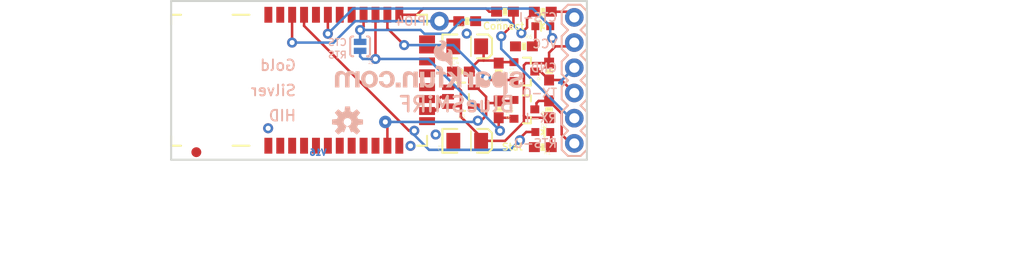
<source format=kicad_pcb>
(kicad_pcb (version 20211014) (generator pcbnew)
  (layers (0 "F.Cu" signal) (31 "B.Cu" signal) (34 "B.Paste" user) (35 "F.Paste" user) (36 "B.SilkS" user "B.Silkscreen") (37 "F.SilkS" user "F.Silkscreen") (38 "B.Mask" user) (39 "F.Mask" user) (44 "Edge.Cuts" user))
  (net 0 "")
  (net 1 "GND")
  (net 2 "TX")
  (net 3 "3.3V")
  (net 4 "TX_5V")
  (net 5 "D1")
  (net 6 "RX")
  (net 7 "RX_5V")
  (net 8 "VCC")
  (net 9 "RTS")
  (net 10 "RTS_5V")
  (net 11 "CTS")
  (net 12 "CTS_5V")
  (net 13 "D2")
  (net 14 "N$1")
  (net 15 "N$2")
  (net 16 "PIO4")
  (footprint "boardEagle:0603-RES" (layer "F.Cu") (at 157.3911 99.0346 180)
    (fp_text reference "R9" (at 0.3048 -0.5715) (layer "F.SilkS") (effects (font (size 0.376489 0.376489) (thickness 0.029911)) (justify right)))
    (fp_text value "10K")
    (pad "1" smd rect (at -0.85 0 180) (size 1.1 1) (layers "F.Cu" "F.Paste" "F.Mask") (net 1 "GND"))
    (pad "2" smd rect (at 0.85 0 180) (size 1.1 1) (layers "F.Cu" "F.Paste" "F.Mask") (net 16 "PIO4"))
  )
  (footprint "boardEagle:SOT23-3" (layer "F.Cu") (at 163.1061 104.1146 -90)
    (fp_text reference "Q1" (at -0.4572 1.2192 90) (layer "F.SilkS") (effects (font (size 0.376489 0.376489) (thickness 0.029911)) (justify right)))
    (fp_text value "MOSFET-NCHANNELSMD")
    (pad "1" smd rect (at -0.95 1 270) (size 0.8 0.9) (layers "F.Cu" "F.Paste" "F.Mask") (net 3 "3.3V"))
    (pad "2" smd rect (at 0.95 1 270) (size 0.8 0.9) (layers "F.Cu" "F.Paste" "F.Mask") (net 2 "TX"))
    (pad "3" smd rect (at 0 -1.1 270) (size 0.8 0.9) (layers "F.Cu" "F.Paste" "F.Mask") (net 4 "TX_5V"))
  )
  (footprint "boardEagle:0603-RES" (layer "F.Cu") (at 161.2011 98.0821)
    (fp_text reference "R5" (at -0.9652 1.0033) (layer "F.SilkS") (effects (font (size 0.376489 0.376489) (thickness 0.029911)) (justify left)))
    (fp_text value "10K")
    (pad "1" smd rect (at -0.85 0) (size 1.1 1) (layers "F.Cu" "F.Paste" "F.Mask") (net 6 "RX"))
    (pad "2" smd rect (at 0.85 0) (size 1.1 1) (layers "F.Cu" "F.Paste" "F.Mask") (net 7 "RX_5V"))
  )
  (footprint "boardEagle:LED-0603" (layer "F.Cu") (at 165.0111 110.2106 -90)
    (fp_text reference "D1" (at -0.6223 0.2286) (layer "F.SilkS") (effects (font (size 0.376489 0.376489) (thickness 0.029911)) (justify left)))
    (fp_text value "Red")
    (pad "A" smd rect (at 0 0.75 270) (size 0.8 0.8) (layers "F.Cu" "F.Paste" "F.Mask") (net 14 "N$1"))
    (pad "C" smd rect (at 0 -0.75 270) (size 0.8 0.8) (layers "F.Cu" "F.Paste" "F.Mask") (net 5 "D1"))
  )
  (footprint "boardEagle:EIA3216" (layer "F.Cu") (at 157.3911 101.5746)
    (fp_text reference "C3" (at -2.7526 1.0668 90) (layer "F.SilkS") (effects (font (size 0.376489 0.376489) (thickness 0.029911)) (justify left)))
    (fp_text value "10uF")
    (pad "A" smd rect (at 1.4 0 90) (size 1.6 1.4) (layers "F.Cu" "F.Paste" "F.Mask") (net 3 "3.3V"))
    (pad "C" smd rect (at -1.4 0 90) (size 1.6 1.4) (layers "F.Cu" "F.Paste" "F.Mask") (net 1 "GND"))
  )
  (footprint "boardEagle:CREATIVE_COMMONS" (layer "F.Cu") (at 130.613978 121.8946)
    (fp_text reference "FRAME1" hide)
    (fp_text value "FRAME-LETTER" hide)
  )
  (footprint "boardEagle:REVISION" (layer "F.Cu") (at 142.1511 124.4346)
    (fp_text reference "U$2" hide)
    (fp_text value "REVISION" hide)
  )
  (footprint "boardEagle:0603-RES" (layer "F.Cu") (at 165.0111 98.0821)
    (fp_text reference "R2" (at -0.9398 0.9525) (layer "F.SilkS") (effects (font (size 0.376489 0.376489) (thickness 0.029911)) (justify left)))
    (fp_text value "10K")
    (pad "1" smd rect (at -0.85 0) (size 1.1 1) (layers "F.Cu" "F.Paste" "F.Mask") (net 11 "CTS"))
    (pad "2" smd rect (at 0.85 0) (size 1.1 1) (layers "F.Cu" "F.Paste" "F.Mask") (net 12 "CTS_5V"))
  )
  (footprint "boardEagle:RN41" (layer "F.Cu") (at 143.9451 104.9906)
    (fp_text reference "U1" hide)
    (fp_text value "BLUETOOTH-RN41" hide)
    (pad "1" smd rect (at -6.6 6.6 180) (size 0.8 1.6) (layers "F.Cu" "F.Paste" "F.Mask") (net 1 "GND"))
    (pad "2" smd rect (at -5.4 6.6 180) (size 0.8 1.6) (layers "F.Cu" "F.Paste" "F.Mask"))
    (pad "3" smd rect (at -4.2 6.6 180) (size 0.8 1.6) (layers "F.Cu" "F.Paste" "F.Mask"))
    (pad "4" smd rect (at -3 6.6 180) (size 0.8 1.6) (layers "F.Cu" "F.Paste" "F.Mask"))
    (pad "5" smd rect (at -1.8 6.6 180) (size 0.8 1.6) (layers "F.Cu" "F.Paste" "F.Mask"))
    (pad "6" smd rect (at -0.6 6.6 180) (size 0.8 1.6) (layers "F.Cu" "F.Paste" "F.Mask"))
    (pad "7" smd rect (at 0.6 6.6 180) (size 0.8 1.6) (layers "F.Cu" "F.Paste" "F.Mask"))
    (pad "8" smd rect (at 1.8 6.6 180) (size 0.8 1.6) (layers "F.Cu" "F.Paste" "F.Mask"))
    (pad "9" smd rect (at 3 6.6 180) (size 0.8 1.6) (layers "F.Cu" "F.Paste" "F.Mask"))
    (pad "10" smd rect (at 4.2 6.6 180) (size 0.8 1.6) (layers "F.Cu" "F.Paste" "F.Mask"))
    (pad "11" smd rect (at 5.4 6.6 180) (size 0.8 1.6) (layers "F.Cu" "F.Paste" "F.Mask") (net 3 "3.3V"))
    (pad "12" smd rect (at 6.6 6.6 180) (size 0.8 1.6) (layers "F.Cu" "F.Paste" "F.Mask") (net 1 "GND"))
    (pad "13" smd rect (at 6.6 -6.6) (size 0.8 1.6) (layers "F.Cu" "F.Paste" "F.Mask") (net 6 "RX"))
    (pad "14" smd rect (at 5.4 -6.6) (size 0.8 1.6) (layers "F.Cu" "F.Paste" "F.Mask") (net 2 "TX"))
    (pad "15" smd rect (at 4.2 -6.6) (size 0.8 1.6) (layers "F.Cu" "F.Paste" "F.Mask") (net 9 "RTS"))
    (pad "16" smd rect (at 3 -6.6) (size 0.8 1.6) (layers "F.Cu" "F.Paste" "F.Mask") (net 11 "CTS"))
    (pad "17" smd rect (at 1.8 -6.6) (size 0.8 1.6) (layers "F.Cu" "F.Paste" "F.Mask"))
    (pad "18" smd rect (at 0.6 -6.6) (size 0.8 1.6) (layers "F.Cu" "F.Paste" "F.Mask"))
    (pad "19" smd rect (at -0.6 -6.6) (size 0.8 1.6) (layers "F.Cu" "F.Paste" "F.Mask") (net 15 "N$2"))
    (pad "20" smd rect (at -1.8 -6.6) (size 0.8 1.6) (layers "F.Cu" "F.Paste" "F.Mask"))
    (pad "21" smd rect (at -3 -6.6) (size 0.8 1.6) (layers "F.Cu" "F.Paste" "F.Mask") (net 14 "N$1"))
    (pad "22" smd rect (at -4.2 -6.6) (size 0.8 1.6) (layers "F.Cu" "F.Paste" "F.Mask") (net 16 "PIO4"))
    (pad "23" smd rect (at -5.4 -6.6) (size 0.8 1.6) (layers "F.Cu" "F.Paste" "F.Mask"))
    (pad "24" smd rect (at -6.6 -6.6) (size 0.8 1.6) (layers "F.Cu" "F.Paste" "F.Mask"))
    (pad "28" smd rect (at 9.4 -3.1 90) (size 0.8 1.6) (layers "F.Cu" "F.Paste" "F.Mask") (net 1 "GND"))
    (pad "29" smd rect (at 9.4 3.1 90) (size 0.8 1.6) (layers "F.Cu" "F.Paste" "F.Mask") (net 1 "GND"))
    (pad "30" smd rect (at 9.4 -4.1222 90) (size 0.8 1.6) (layers "F.Cu" "F.Paste" "F.Mask"))
    (pad "31" smd rect (at 9.4 -1.9 90) (size 0.8 1.6) (layers "F.Cu" "F.Paste" "F.Mask"))
    (pad "32" smd rect (at 9.4 -0.7 90) (size 0.8 1.6) (layers "F.Cu" "F.Paste" "F.Mask"))
    (pad "33" smd rect (at 9.4 0.7 90) (size 0.8 1.6) (layers "F.Cu" "F.Paste" "F.Mask"))
    (pad "34" smd rect (at 9.4 1.9 90) (size 0.8 1.6) (layers "F.Cu" "F.Paste" "F.Mask"))
    (pad "35" smd rect (at 9.4 4.1222 90) (size 0.8 1.6) (layers "F.Cu" "F.Paste" "F.Mask"))
  )
  (footprint "boardEagle:0603-RES" (layer "F.Cu") (at 165.6461 104.1146 -90)
    (fp_text reference "R4" (at 0.1524 0.9779 90) (layer "F.SilkS") (effects (font (size 0.376489 0.376489) (thickness 0.029911)) (justify right)))
    (fp_text value "10K")
    (pad "1" smd rect (at -0.85 0 270) (size 1.1 1) (layers "F.Cu" "F.Paste" "F.Mask") (net 8 "VCC"))
    (pad "2" smd rect (at 0.85 0 270) (size 1.1 1) (layers "F.Cu" "F.Paste" "F.Mask") (net 4 "TX_5V"))
  )
  (footprint "boardEagle:0603-RES" (layer "F.Cu") (at 160.5661 107.9246 -90)
    (fp_text reference "R7" (at 1.0192 -0.9881 90) (layer "F.SilkS") (effects (font (size 0.376489 0.376489) (thickness 0.029911)) (justify left)))
    (fp_text value "10K")
    (pad "1" smd rect (at -0.85 0 270) (size 1.1 1) (layers "F.Cu" "F.Paste" "F.Mask") (net 3 "3.3V"))
    (pad "2" smd rect (at 0.85 0 270) (size 1.1 1) (layers "F.Cu" "F.Paste" "F.Mask") (net 9 "RTS"))
  )
  (footprint "boardEagle:0603-RES" (layer "F.Cu") (at 163.1061 101.5746 180)
    (fp_text reference "R6" (at -0.889 0.9525) (layer "F.SilkS") (effects (font (size 0.376489 0.376489) (thickness 0.029911)) (justify right)))
    (fp_text value "330")
    (pad "1" smd rect (at -0.85 0 180) (size 1.1 1) (layers "F.Cu" "F.Paste" "F.Mask") (net 13 "D2"))
    (pad "2" smd rect (at 0.85 0 180) (size 1.1 1) (layers "F.Cu" "F.Paste" "F.Mask") (net 1 "GND"))
  )
  (footprint "boardEagle:0603-CAP" (layer "F.Cu") (at 156.7561 104.1146 180)
    (fp_text reference "C4" (at 0.1524 0.9017) (layer "F.SilkS") (effects (font (size 0.376489 0.376489) (thickness 0.029911)) (justify right)))
    (fp_text value "1uF")
    (pad "1" smd rect (at -0.85 0 180) (size 1.1 1) (layers "F.Cu" "F.Paste" "F.Mask") (net 3 "3.3V"))
    (pad "2" smd rect (at 0.85 0 180) (size 1.1 1) (layers "F.Cu" "F.Paste" "F.Mask") (net 1 "GND"))
  )
  (footprint "boardEagle:1X01NS" (layer "F.Cu") (at 154.5971 99.0346)
    (fp_text reference "JP2" hide)
    (fp_text value "M01SMDNS" hide)
    (pad "1" thru_hole circle (at 0 0 90) (size 1.8796 1.8796) (drill 1.016) (layers *.Cu *.Mask) (net 16 "PIO4"))
  )
  (footprint "boardEagle:SOT23-3" (layer "F.Cu") (at 163.1061 107.9246 -90)
    (fp_text reference "Q2" (at -0.381 1.27 90) (layer "F.SilkS") (effects (font (size 0.376489 0.376489) (thickness 0.029911)) (justify right)))
    (fp_text value "MOSFET-NCHANNELSMD")
    (pad "1" smd rect (at -0.95 1 270) (size 0.8 0.9) (layers "F.Cu" "F.Paste" "F.Mask") (net 3 "3.3V"))
    (pad "2" smd rect (at 0.95 1 270) (size 0.8 0.9) (layers "F.Cu" "F.Paste" "F.Mask") (net 9 "RTS"))
    (pad "3" smd rect (at 0 -1.1 270) (size 0.8 0.9) (layers "F.Cu" "F.Paste" "F.Mask") (net 10 "RTS_5V"))
  )
  (footprint "boardEagle:EIA3216" (layer "F.Cu") (at 157.3911 111.0996)
    (fp_text reference "C1" (at -2.7018 1.0856 90) (layer "F.SilkS") (effects (font (size 0.376489 0.376489) (thickness 0.029911)) (justify left)))
    (fp_text value "10uF")
    (pad "A" smd rect (at 1.4 0 90) (size 1.6 1.4) (layers "F.Cu" "F.Paste" "F.Mask") (net 8 "VCC"))
    (pad "C" smd rect (at -1.4 0 90) (size 1.6 1.4) (layers "F.Cu" "F.Paste" "F.Mask") (net 1 "GND"))
  )
  (footprint "boardEagle:SOT23-5" (layer "F.Cu") (at 156.7561 106.6546 -90)
    (fp_text reference "U3" (at 1.994 0.334) (layer "F.SilkS") (effects (font (size 0.376489 0.376489) (thickness 0.029911)) (justify left)))
    (fp_text value "3.3V" hide)
    (pad "1" smd rect (at -0.95 1.3001 270) (size 0.55 1.2) (layers "F.Cu" "F.Paste" "F.Mask") (net 8 "VCC"))
    (pad "2" smd rect (at 0 1.3001 270) (size 0.55 1.2) (layers "F.Cu" "F.Paste" "F.Mask") (net 1 "GND"))
    (pad "3" smd rect (at 0.95 1.3001 270) (size 0.55 1.2) (layers "F.Cu" "F.Paste" "F.Mask") (net 8 "VCC"))
    (pad "4" smd rect (at 0.95 -1.3001 270) (size 0.55 1.2) (layers "F.Cu" "F.Paste" "F.Mask"))
    (pad "5" smd rect (at -0.95 -1.3001 270) (size 0.55 1.2) (layers "F.Cu" "F.Paste" "F.Mask") (net 3 "3.3V"))
  )
  (footprint "boardEagle:LED-0603" (layer "F.Cu") (at 165.0111 99.5426 90)
    (fp_text reference "D2" (at 1.0541 0.3048) (layer "F.SilkS") (effects (font (size 0.376489 0.376489) (thickness 0.029911)) (justify right)))
    (fp_text value "Green")
    (pad "A" smd rect (at 0 0.75 90) (size 0.8 0.8) (layers "F.Cu" "F.Paste" "F.Mask") (net 15 "N$2"))
    (pad "C" smd rect (at 0 -0.75 90) (size 0.8 0.8) (layers "F.Cu" "F.Paste" "F.Mask") (net 13 "D2"))
  )
  (footprint "boardEagle:0603-RES" (layer "F.Cu") (at 165.0111 111.7346 180)
    (fp_text reference "R1" (at -0.8636 -0.5461) (layer "F.SilkS") (effects (font (size 0.376489 0.376489) (thickness 0.029911)) (justify right)))
    (fp_text value "330")
    (pad "1" smd rect (at -0.85 0 180) (size 1.1 1) (layers "F.Cu" "F.Paste" "F.Mask") (net 5 "D1"))
    (pad "2" smd rect (at 0.85 0 180) (size 1.1 1) (layers "F.Cu" "F.Paste" "F.Mask") (net 1 "GND"))
  )
  (footprint "boardEagle:0603-RES" (layer "F.Cu") (at 165.6461 107.9246 90)
    (fp_text reference "R8" (at -0.9144 -0.5207 90) (layer "F.SilkS") (effects (font (size 0.376489 0.376489) (thickness 0.029911)) (justify left)))
    (fp_text value "10K")
    (pad "1" smd rect (at -0.85 0 90) (size 1.1 1) (layers "F.Cu" "F.Paste" "F.Mask") (net 8 "VCC"))
    (pad "2" smd rect (at 0.85 0 90) (size 1.1 1) (layers "F.Cu" "F.Paste" "F.Mask") (net 10 "RTS_5V"))
  )
  (footprint "boardEagle:0603-RES" (layer "F.Cu") (at 160.5661 104.1146 -90)
    (fp_text reference "R3" (at 0.2794 0.9271 90) (layer "F.SilkS") (effects (font (size 0.376489 0.376489) (thickness 0.029911)) (justify right)))
    (fp_text value "10K")
    (pad "1" smd rect (at -0.85 0 270) (size 1.1 1) (layers "F.Cu" "F.Paste" "F.Mask") (net 3 "3.3V"))
    (pad "2" smd rect (at 0.85 0 270) (size 1.1 1) (layers "F.Cu" "F.Paste" "F.Mask") (net 2 "TX"))
  )
  (footprint "boardEagle:FIDUCIAL-1X2" (layer "F.Cu") (at 130.0861 112.2426)
    (fp_text reference "JP4" hide)
    (fp_text value "FIDUCIAL1X2" hide)
    (pad "1" smd roundrect (at 0 0) (size 1 1) (layers "F.Cu" "F.Mask") (roundrect_rratio 0.5))
  )
  (footprint "boardEagle:OSHW-LOGO-S" (layer "B.Cu") (at 145.3261 109.1946 180)
    (fp_text reference "LOGO1" hide)
    (fp_text value "OSHW-LOGOS" hide)
  )
  (footprint "boardEagle:PAD.03X.05" (layer "B.Cu") (at 149.1361 109.1946 180)
    (fp_text reference "TP1" hide)
    (fp_text value "" hide)
    (pad "P$1" smd roundrect (at 0 0 180) (size 1.27 1.27) (layers "B.Cu" "B.Mask") (roundrect_rratio 0.5) (net 3 "3.3V"))
  )
  (footprint "boardEagle:SFE-NEW-WEBLOGO" (layer "B.Cu") (at 163.1061 106.6546 180)
    (fp_text reference "U$1" hide)
    (fp_text value "LOGO-SFENEW" hide)
  )
  (footprint "boardEagle:SJ_2S-NO" (layer "B.Cu") (at 146.5961 101.5746 90)
    (fp_text reference "SJ1" (at -0.908 1.27 270) (layer "B.SilkS") (effects (font (size 0.373888 0.373888) (thickness 0.032512)) (justify left bottom mirror)))
    (fp_text value "SOLDERJUMPERNO")
    (pad "1" smd rect (at -0.45 0 90) (size 0.635 1.27) (layers "B.Cu" "B.Mask") (net 9 "RTS"))
    (pad "2" smd rect (at 0.45 0 90) (size 0.635 1.27) (layers "B.Cu" "B.Mask") (net 11 "CTS"))
  )
  (footprint "boardEagle:1X06" (layer "B.Cu") (at 168.1861 98.6536 -90)
    (fp_text reference "JP1" hide)
    (fp_text value "")
    (pad "1" thru_hole circle (at 0 0 180) (size 1.8796 1.8796) (drill 1.016) (layers *.Cu *.Mask) (net 12 "CTS_5V"))
    (pad "2" thru_hole circle (at 2.54 0 180) (size 1.8796 1.8796) (drill 1.016) (layers *.Cu *.Mask) (net 8 "VCC"))
    (pad "3" thru_hole circle (at 5.08 0 180) (size 1.8796 1.8796) (drill 1.016) (layers *.Cu *.Mask) (net 1 "GND"))
    (pad "4" thru_hole circle (at 7.62 0 180) (size 1.8796 1.8796) (drill 1.016) (layers *.Cu *.Mask) (net 4 "TX_5V"))
    (pad "5" thru_hole circle (at 10.16 0 180) (size 1.8796 1.8796) (drill 1.016) (layers *.Cu *.Mask) (net 7 "RX_5V"))
    (pad "6" thru_hole circle (at 12.7 0 180) (size 1.8796 1.8796) (drill 1.016) (layers *.Cu *.Mask) (net 10 "RTS_5V"))
  )
  (gr_line (start 169.4561 97.0026) (end 127.5461 97.0026) (layer "Edge.Cuts") (width 0.2032))
  (gr_line (start 127.5461 97.0026) (end 127.5461 113.0046) (layer "Edge.Cuts") (width 0.2032))
  (gr_line (start 127.5461 113.0046) (end 169.4561 113.0046) (layer "Edge.Cuts") (width 0.2032))
  (gr_line (start 169.4561 113.0046) (end 169.4561 97.0026) (layer "Edge.Cuts") (width 0.2032))
  (gr_text "V16" (at 143.2941 112.6236) (layer "B.Cu") (effects (font (size 0.6096 0.6096) (thickness 0.2032)) (justify left bottom mirror)))
  (gr_text "TX-O" (at 166.5351 106.7816) (layer "B.SilkS") (effects (font (size 0.8636 0.8636) (thickness 0.1524)) (justify left bottom mirror)))
  (gr_text "RTS-O" (at 166.5351 111.8616) (layer "B.SilkS") (effects (font (size 0.8636 0.8636) (thickness 0.1524)) (justify left bottom mirror)))
  (gr_text "BlueSMiRF" (at 162.3441 108.3056) (layer "B.SilkS") (effects (font (size 1.5113 1.5113) (thickness 0.2667)) (justify left bottom mirror)))
  (gr_text "HID" (at 140.2461 109.1946) (layer "B.SilkS") (effects (font (size 1.0795 1.0795) (thickness 0.1905)) (justify left bottom mirror)))
  (gr_text "PIO4" (at 153.3271 99.5426) (layer "B.SilkS") (effects (font (size 0.8636 0.8636) (thickness 0.1524)) (justify left bottom mirror)))
  (gr_text "VCC" (at 166.5351 101.8286) (layer "B.SilkS") (effects (font (size 0.8636 0.8636) (thickness 0.1524)) (justify left bottom mirror)))
  (gr_text "GND" (at 166.5351 104.2416) (layer "B.SilkS") (effects (font (size 0.8636 0.8636) (thickness 0.1524)) (justify left bottom mirror)))
  (gr_text "CTS-I" (at 166.5351 99.1616) (layer "B.SilkS") (effects (font (size 0.8636 0.8636) (thickness 0.1524)) (justify left bottom mirror)))
  (gr_text "RTS" (at 145.3261 102.8446) (layer "B.SilkS") (effects (font (size 0.69088 0.69088) (thickness 0.12192)) (justify left bottom mirror)))
  (gr_text "RX-I" (at 166.5351 109.3216) (layer "B.SilkS") (effects (font (size 0.8636 0.8636) (thickness 0.1524)) (justify left bottom mirror)))
  (gr_text "Silver" (at 140.2461 106.6546) (layer "B.SilkS") (effects (font (size 1.0795 1.0795) (thickness 0.1905)) (justify left bottom mirror)))
  (gr_text "CTS" (at 145.3261 101.5746) (layer "B.SilkS") (effects (font (size 0.69088 0.69088) (thickness 0.12192)) (justify left bottom mirror)))
  (gr_text "Gold" (at 140.2461 104.1146) (layer "B.SilkS") (effects (font (size 1.0795 1.0795) (thickness 0.1905)) (justify left bottom mirror)))
  (gr_text "Connect" (at 158.9151 99.9236) (layer "F.SilkS") (effects (font (size 0.69088 0.69088) (thickness 0.12192)) (justify left bottom)))
  (gr_text "Stat" (at 160.8201 112.1156) (layer "F.SilkS") (effects (font (size 0.69088 0.69088) (thickness 0.12192)) (justify left bottom)))
  (segment (start 154.5209 107.6706) (end 154.5209 106.9086) (width 0.254) (layer "F.Cu") (net 1))
  (segment (start 154.5209 106.9086) (end 154.7749 106.6546) (width 0.254) (layer "F.Cu") (net 1))
  (segment (start 153.3841 108.0516) (end 154.1399 108.0516) (width 0.254) (layer "F.Cu") (net 1))
  (segment (start 154.7749 106.6546) (end 155.456 106.6546) (width 0.254) (layer "F.Cu") (net 1))
  (segment (start 153.3451 108.0906) (end 153.3841 108.0516) (width 0.254) (layer "F.Cu") (net 1))
  (segment (start 154.1399 108.0516) (end 154.5209 107.6706) (width 0.254) (layer "F.Cu") (net 1))
  (via (at 137.3251 109.8296) (size 1.016) (drill 0.508) (layers "F.Cu" "B.Cu") (net 1))
  (via (at 157.3431 100.2886) (size 1.016) (drill 0.508) (layers "F.Cu" "B.Cu") (net 1))
  (via (at 154.2161 110.4646) (size 1.016) (drill 0.508) (layers "F.Cu" "B.Cu") (net 1))
  (via (at 151.6761 111.6076) (size 1.016) (drill 0.508) (layers "F.Cu" "B.Cu") (net 1))
  (segment (start 166.9161 105.3846) (end 166.9161 105.0036) (width 0.254) (layer "B.Cu") (net 1))
  (segment (start 166.9161 105.0036) (end 168.1861 103.7336) (width 0.254) (layer "B.Cu") (net 1))
  (segment (start 166.6621 105.2576) (end 166.9161 105.0036) (width 0.254) (layer "B.Cu") (net 1))
  (segment (start 149.3451 98.3906) (end 149.3451 99.7516) (width 0.254) (layer "F.Cu") (net 2))
  (segment (start 160.5661 104.9646) (end 159.5111 104.9646) (width 0.254) (layer "F.Cu") (net 2))
  (segment (start 149.3451 99.7516) (end 151.0411 101.4476) (width 0.254) (layer "F.Cu") (net 2))
  (segment (start 159.5111 104.9646) (end 159.2961 104.7496) (width 0.254) (layer "F.Cu") (net 2))
  (segment (start 160.5661 104.9646) (end 162.0061 104.9646) (width 0.254) (layer "F.Cu") (net 2))
  (segment (start 159.2961 104.7496) (end 159.3111 104.7646) (width 0.254) (layer "F.Cu") (net 2))
  (segment (start 162.0061 104.9646) (end 162.1061 105.0646) (width 0.254) (layer "F.Cu") (net 2))
  (via (at 151.0411 101.4476) (size 1.016) (drill 0.508) (layers "F.Cu" "B.Cu") (net 2))
  (via (at 159.2961 104.7496) (size 1.016) (drill 0.508) (layers "F.Cu" "B.Cu") (net 2))
  (segment (start 151.0411 101.4476) (end 155.9941 101.4476) (width 0.254) (layer "B.Cu") (net 2))
  (segment (start 155.9941 101.4476) (end 159.2961 104.7496) (width 0.254) (layer "B.Cu") (net 2))
  (segment (start 160.5661 107.0746) (end 160.5661 106.7816) (width 0.254) (layer "F.Cu") (net 3))
  (segment (start 160.6661 103.1646) (end 160.5661 103.2646) (width 0.254) (layer "F.Cu") (net 3))
  (segment (start 159.2961 108.5596) (end 158.7881 109.0676) (width 0.254) (layer "F.Cu") (net 3))
  (segment (start 158.7881 109.0676) (end 158.4611 109.0676) (width 0.254) (layer "F.Cu") (net 3))
  (segment (start 158.0562 105.7046) (end 157.6061 105.2545) (width 0.254) (layer "F.Cu") (net 3))
  (segment (start 158.3461 105.7046) (end 159.2961 106.6546) (width 0.254) (layer "F.Cu") (net 3))
  (segment (start 149.3451 111.5906) (end 149.3451 109.4036) (width 0.254) (layer "F.Cu") (net 3))
  (segment (start 160.3511 107.2896) (end 160.5661 107.0746) (width 0.254) (layer "F.Cu") (net 3))
  (segment (start 162.1061 103.1646) (end 160.6661 103.1646) (width 0.254) (layer "F.Cu") (net 3))
  (segment (start 158.0562 105.7046) (end 158.3461 105.7046) (width 0.254) (layer "F.Cu") (net 3))
  (segment (start 159.0461 103.0046) (end 158.5461 103.0046) (width 0.254) (layer "F.Cu") (net 3))
  (segment (start 149.3451 109.4036) (end 149.1361 109.1946) (width 0.254) (layer "F.Cu") (net 3))
  (segment (start 160.3061 103.0046) (end 159.0461 103.0046) (width 0.254) (layer "F.Cu") (net 3))
  (segment (start 159.2961 107.2896) (end 160.3511 107.2896) (width 0.254) (layer "F.Cu") (net 3))
  (segment (start 159.2961 107.2896) (end 159.2961 108.5596) (width 0.254) (layer "F.Cu") (net 3))
  (segment (start 157.6061 105.2545) (end 157.6061 104.1146) (width 0.254) (layer "F.Cu") (net 3))
  (segment (start 159.2961 106.6546) (end 159.2961 107.2896) (width 0.254) (layer "F.Cu") (net 3))
  (segment (start 159.0461 101.8296) (end 159.0461 103.0046) (width 0.254) (layer "F.Cu") (net 3))
  (segment (start 157.6061 103.9446) (end 157.6061 104.1146) (width 0.254) (layer "F.Cu") (net 3))
  (segment (start 158.0261 104.1146) (end 157.6061 104.1146) (width 0.254) (layer "F.Cu") (net 3))
  (segment (start 160.5661 103.2646) (end 160.3061 103.0046) (width 0.254) (layer "F.Cu") (net 3))
  (segment (start 158.0562 104.1447) (end 158.0261 104.1146) (width 0.254) (layer "F.Cu") (net 3))
  (segment (start 160.5661 107.0746) (end 162.0061 107.0746) (width 0.254) (layer "F.Cu") (net 3))
  (segment (start 158.5461 103.0046) (end 157.6061 103.9446) (width 0.254) (layer "F.Cu") (net 3))
  (segment (start 162.0061 107.0746) (end 162.1061 106.9746) (width 0.254) (layer "F.Cu") (net 3))
  (segment (start 158.7911 101.5746) (end 159.0461 101.8296) (width 0.254) (layer "F.Cu") (net 3))
  (via (at 149.1361 109.1946) (size 1.016) (drill 0.508) (layers "F.Cu" "B.Cu") (net 3))
  (via (at 158.4611 109.0676) (size 1.016) (drill 0.508) (layers "F.Cu" "B.Cu") (net 3))
  (segment (start 158.3341 109.1946) (end 149.1361 109.1946) (width 0.254) (layer "B.Cu") (net 3))
  (segment (start 158.4611 109.0676) (end 158.3341 109.1946) (width 0.254) (layer "B.Cu") (net 3))
  (segment (start 165.6461 104.9646) (end 166.8771 104.9646) (width 0.254) (layer "F.Cu") (net 4))
  (segment (start 166.8771 104.9646) (end 168.1861 106.2736) (width 0.254) (layer "F.Cu") (net 4))
  (segment (start 164.7961 104.1146) (end 165.6461 104.9646) (width 0.254) (layer "F.Cu") (net 4))
  (segment (start 164.2061 104.1146) (end 164.7961 104.1146) (width 0.254) (layer "F.Cu") (net 4))
  (segment (start 165.7611 110.2106) (end 165.8611 110.3106) (width 0.254) (layer "F.Cu") (net 5))
  (segment (start 165.8611 110.3106) (end 165.8611 111.7346) (width 0.254) (layer "F.Cu") (net 5))
  (segment (start 159.2961 97.7646) (end 152.9461 97.7646) (width 0.254) (layer "F.Cu") (net 6))
  (segment (start 152.3201 98.3906) (end 152.9461 97.7646) (width 0.254) (layer "F.Cu") (net 6))
  (segment (start 160.3511 98.0821) (end 159.6136 98.0821) (width 0.254) (layer "F.Cu") (net 6))
  (segment (start 159.6136 98.0821) (end 159.2961 97.7646) (width 0.254) (layer "F.Cu") (net 6))
  (segment (start 150.5451 98.3906) (end 152.3201 98.3906) (width 0.254) (layer "F.Cu") (net 6))
  (segment (start 162.0511 99.3276) (end 160.8201 100.5586) (width 0.254) (layer "F.Cu") (net 7))
  (segment (start 162.0511 98.0821) (end 162.0511 99.3276) (width 0.254) (layer "F.Cu") (net 7))
  (via (at 160.8201 100.5586) (size 1.016) (drill 0.508) (layers "F.Cu" "B.Cu") (net 7))
  (segment (start 167.8051 108.8136) (end 168.1861 108.8136) (width 0.254) (layer "B.Cu") (net 7))
  (segment (start 160.8201 101.8286) (end 167.8051 108.8136) (width 0.254) (layer "B.Cu") (net 7))
  (segment (start 160.8201 100.5586) (end 160.8201 101.8286) (width 0.254) (layer "B.Cu") (net 7))
  (segment (start 165.6461 108.7746) (end 163.3211 108.7746) (width 0.254) (layer "F.Cu") (net 8))
  (segment (start 156.7561 106.0196) (end 156.4411 105.7046) (width 0.254) (layer "F.Cu") (net 8))
  (segment (start 163.3211 108.7746) (end 163.1061 108.5596) (width 0.254) (layer "F.Cu") (net 8))
  (segment (start 163.3211 103.2646) (end 163.1061 103.4796) (width 0.254) (layer "F.Cu") (net 8))
  (segment (start 158.7911 111.0996) (end 161.2011 111.0996) (width 0.254) (layer "F.Cu") (net 8))
  (segment (start 155.456 107.6046) (end 156.6951 107.6046) (width 0.254) (layer "F.Cu") (net 8))
  (segment (start 158.7911 110.7216) (end 156.7561 108.6866) (width 0.254) (layer "F.Cu") (net 8))
  (segment (start 167.8051 101.5746) (end 168.1861 101.1936) (width 0.254) (layer "F.Cu") (net 8))
  (segment (start 161.2011 111.0996) (end 163.1061 109.1946) (width 0.254) (layer "F.Cu") (net 8))
  (segment (start 156.4411 105.7046) (end 155.456 105.7046) (width 0.254) (layer "F.Cu") (net 8))
  (segment (start 158.7911 111.0996) (end 158.7911 110.7216) (width 0.254) (layer "F.Cu") (net 8))
  (segment (start 156.6951 107.6046) (end 156.7561 107.5436) (width 0.254) (layer "F.Cu") (net 8))
  (segment (start 165.6461 102.2096) (end 166.2811 101.5746) (width 0.254) (layer "F.Cu") (net 8))
  (segment (start 165.6461 103.2646) (end 165.6461 102.2096) (width 0.254) (layer "F.Cu") (net 8))
  (segment (start 166.2811 101.5746) (end 167.8051 101.5746) (width 0.254) (layer "F.Cu") (net 8))
  (segment (start 156.7561 108.6866) (end 156.7561 107.5436) (width 0.254) (layer "F.Cu") (net 8))
  (segment (start 165.6461 103.2646) (end 163.3211 103.2646) (width 0.254) (layer "F.Cu") (net 8))
  (segment (start 156.7561 107.5436) (end 156.7561 106.0196) (width 0.254) (layer "F.Cu") (net 8))
  (segment (start 163.1061 109.1946) (end 163.1061 108.5596) (width 0.254) (layer "F.Cu") (net 8))
  (segment (start 163.1061 108.5596) (end 163.1061 103.4796) (width 0.254) (layer "F.Cu") (net 8))
  (segment (start 162.0061 108.7746) (end 162.1061 108.8746) (width 0.254) (layer "F.Cu") (net 9))
  (segment (start 160.5661 109.9566) (end 160.6931 110.0836) (width 0.254) (layer "F.Cu") (net 9))
  (segment (start 148.1451 102.8446) (end 148.1451 98.3906) (width 0.254) (layer "F.Cu") (net 9))
  (segment (start 160.5661 108.7746) (end 160.5661 109.9566) (width 0.254) (layer "F.Cu") (net 9))
  (segment (start 160.5661 108.7746) (end 162.0061 108.7746) (width 0.254) (layer "F.Cu") (net 9))
  (via (at 148.1451 102.8446) (size 1.016) (drill 0.508) (layers "F.Cu" "B.Cu") (net 9))
  (via (at 160.6931 110.0836) (size 1.016) (drill 0.508) (layers "F.Cu" "B.Cu") (net 9))
  (segment (start 153.4541 102.8446) (end 160.6931 110.0836) (width 0.254) (layer "B.Cu") (net 9))
  (segment (start 146.5961 102.0246) (end 146.5961 102.5906) (width 0.254) (layer "B.Cu") (net 9))
  (segment (start 148.1451 102.8446) (end 153.4541 102.8446) (width 0.254) (layer "B.Cu") (net 9))
  (segment (start 146.8501 102.8446) (end 148.1451 102.8446) (width 0.254) (layer "B.Cu") (net 9))
  (segment (start 146.5961 102.5906) (end 146.8501 102.8446) (width 0.254) (layer "B.Cu") (net 9))
  (segment (start 166.9161 108.3446) (end 166.9161 110.4646) (width 0.254) (layer "F.Cu") (net 10))
  (segment (start 166.9161 110.4646) (end 167.8051 111.3536) (width 0.254) (layer "F.Cu") (net 10))
  (segment (start 165.6461 107.0746) (end 166.9161 108.3446) (width 0.254) (layer "F.Cu") (net 10))
  (segment (start 164.5911 107.0746) (end 165.6461 107.0746) (width 0.254) (layer "F.Cu") (net 10))
  (segment (start 164.3761 107.7546) (end 164.3761 107.2896) (width 0.254) (layer "F.Cu") (net 10))
  (segment (start 167.8051 111.3536) (end 168.1861 111.3536) (width 0.254) (layer "F.Cu") (net 10))
  (segment (start 164.3761 107.2896) (end 164.5911 107.0746) (width 0.254) (layer "F.Cu") (net 10))
  (segment (start 164.2061 107.9246) (end 164.3761 107.7546) (width 0.254) (layer "F.Cu") (net 10))
  (segment (start 163.4236 99.6696) (end 162.8521 100.2411) (width 0.254) (layer "F.Cu") (net 11))
  (segment (start 163.4236 98.8196) (end 163.4236 99.6696) (width 0.254) (layer "F.Cu") (net 11))
  (segment (start 164.1611 98.0821) (end 163.7411 98.0821) (width 0.254) (layer "F.Cu") (net 11))
  (segment (start 146.5961 99.9236) (end 146.9451 99.5746) (width 0.254) (layer "F.Cu") (net 11))
  (segment (start 163.4236 98.8196) (end 164.1611 98.0821) (width 0.254) (layer "F.Cu") (net 11))
  (segment (start 146.9451 99.5746) (end 146.9451 98.3906) (width 0.254) (layer "F.Cu") (net 11))
  (via (at 162.8521 100.2411) (size 1.016) (drill 0.508) (layers "F.Cu" "B.Cu") (net 11))
  (via (at 146.5961 99.9236) (size 1.016) (drill 0.508) (layers "F.Cu" "B.Cu") (net 11))
  (segment (start 146.5961 101.1246) (end 146.5961 99.9236) (width 0.254) (layer "B.Cu") (net 11))
  (segment (start 161.5186 98.9076) (end 162.8521 100.2411) (width 0.254) (layer "B.Cu") (net 11))
  (segment (start 155.4861 100.3046) (end 156.8831 98.9076) (width 0.254) (layer "B.Cu") (net 11))
  (segment (start 152.6921 99.9236) (end 153.0731 100.3046) (width 0.254) (layer "B.Cu") (net 11))
  (segment (start 156.8831 98.9076) (end 161.5186 98.9076) (width 0.254) (layer "B.Cu") (net 11))
  (segment (start 153.0731 100.3046) (end 155.4861 100.3046) (width 0.254) (layer "B.Cu") (net 11))
  (segment (start 146.5961 99.9236) (end 152.6921 99.9236) (width 0.254) (layer "B.Cu") (net 11))
  (segment (start 165.8611 98.0821) (end 167.6146 98.0821) (width 0.254) (layer "F.Cu") (net 12))
  (segment (start 167.6146 98.0821) (end 168.1861 98.6536) (width 0.254) (layer "F.Cu") (net 12))
  (segment (start 163.9561 101.5746) (end 164.2491 101.2816) (width 0.254) (layer "F.Cu") (net 13))
  (segment (start 164.2611 101.2696) (end 163.9561 101.5746) (width 0.254) (layer "F.Cu") (net 13))
  (segment (start 164.2611 99.5426) (end 164.2611 101.2696) (width 0.254) (layer "F.Cu") (net 13))
  (segment (start 140.9461 98.3916) (end 140.9461 99.5046) (width 0.254) (layer "F.Cu") (net 14))
  (segment (start 162.7061 110.8446) (end 162.7061 111.0376) (width 0.254) (layer "F.Cu") (net 14))
  (segment (start 163.3461 110.2046) (end 162.7061 110.8446) (width 0.254) (layer "F.Cu") (net 14))
  (segment (start 140.9451 98.3906) (end 140.9461 98.3916) (width 0.254) (layer "F.Cu") (net 14))
  (segment (start 164.2551 110.2046) (end 163.3461 110.2046) (width 0.254) (layer "F.Cu") (net 14))
  (segment (start 151.5251 110.0836) (end 152.0571 110.0836) (width 0.254) (layer "F.Cu") (net 14))
  (segment (start 164.2611 110.2106) (end 164.2551 110.2046) (width 0.254) (layer "F.Cu") (net 14))
  (segment (start 140.9461 99.5046) (end 151.5251 110.0836) (width 0.254) (layer "F.Cu") (net 14))
  (via (at 162.7061 111.0376) (size 1.016) (drill 0.508) (layers "F.Cu" "B.Cu") (net 14))
  (via (at 152.0571 110.0836) (size 1.016) (drill 0.508) (layers "F.Cu" "B.Cu") (net 14))
  (segment (start 152.0571 110.5156) (end 152.0571 110.0836) (width 0.254) (layer "B.Cu") (net 14))
  (segment (start 161.7391 112.0046) (end 153.5461 112.0046) (width 0.254) (layer "B.Cu") (net 14))
  (segment (start 152.0571 110.0836) (end 152.0571 110.2106) (width 0.254) (layer "B.Cu") (net 14))
  (segment (start 162.7061 111.0376) (end 161.7391 112.0046) (width 0.254) (layer "B.Cu") (net 14))
  (segment (start 153.5461 112.0046) (end 152.0571 110.5156) (width 0.254) (layer "B.Cu") (net 14))
  (segment (start 165.7611 100.5263) (end 165.9636 100.7288) (width 0.254) (layer "F.Cu") (net 15))
  (segment (start 143.3451 98.3906) (end 143.3451 100.3046) (width 0.254) (layer "F.Cu") (net 15))
  (segment (start 165.7611 99.5426) (end 165.7611 100.5263) (width 0.254) (layer "F.Cu") (net 15))
  (via (at 165.9636 100.7288) (size 1.016) (drill 0.508) (layers "F.Cu" "B.Cu") (net 15))
  (via (at 143.3451 100.3046) (size 1.016) (drill 0.508) (layers "F.Cu" "B.Cu") (net 15))
  (segment (start 163.9831 97.7646) (end 145.8851 97.7646) (width 0.254) (layer "B.Cu") (net 15))
  (segment (start 165.7611 99.5426) (end 165.7611 100.5263) (width 0.254) (layer "B.Cu") (net 15))
  (segment (start 143.3451 100.3046) (end 145.8851 97.7646) (width 0.254) (layer "B.Cu") (net 15))
  (segment (start 163.9831 97.7646) (end 165.7611 99.5426) (width 0.254) (layer "B.Cu") (net 15))
  (segment (start 165.7611 100.5263) (end 165.9636 100.7288) (width 0.254) (layer "B.Cu") (net 15))
  (segment (start 154.5971 99.0346) (end 156.5411 99.0346) (width 0.254) (layer "F.Cu") (net 16))
  (segment (start 139.7381 101.1936) (end 139.7381 98.3976) (width 0.254) (layer "F.Cu") (net 16))
  (segment (start 139.7381 98.3976) (end 139.7451 98.3906) (width 0.254) (layer "F.Cu") (net 16))
  (via (at 139.7381 101.1936) (size 1.016) (drill 0.508) (layers "F.Cu" "B.Cu") (net 16))
  (segment (start 146.0881 99.0346) (end 154.5971 99.0346) (width 0.254) (layer "B.Cu") (net 16))
  (segment (start 139.7381 101.1936) (end 143.9291 101.1936) (width 0.254) (layer "B.Cu") (net 16))
  (segment (start 143.9291 101.1936) (end 146.0881 99.0346) (width 0.254) (layer "B.Cu") (net 16))
)
</source>
